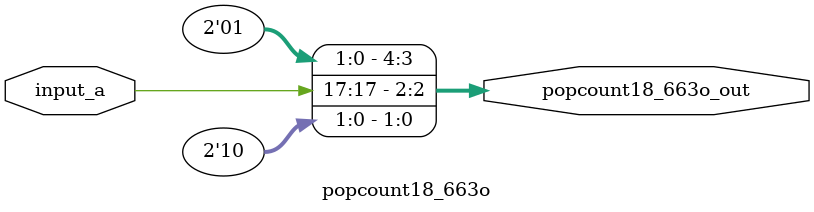
<source format=v>

module popcount18_663o(input [17:0] input_a, output [4:0] popcount18_663o_out);
  wire popcount18_663o_core_024;
  wire popcount18_663o_core_025;
  wire popcount18_663o_core_027;
  wire popcount18_663o_core_031_not;
  wire popcount18_663o_core_034;
  wire popcount18_663o_core_035;
  wire popcount18_663o_core_036;
  wire popcount18_663o_core_037;
  wire popcount18_663o_core_039;
  wire popcount18_663o_core_041;
  wire popcount18_663o_core_042;
  wire popcount18_663o_core_044;
  wire popcount18_663o_core_045;
  wire popcount18_663o_core_047;
  wire popcount18_663o_core_048;
  wire popcount18_663o_core_049;
  wire popcount18_663o_core_050;
  wire popcount18_663o_core_051;
  wire popcount18_663o_core_052;
  wire popcount18_663o_core_053;
  wire popcount18_663o_core_054;
  wire popcount18_663o_core_055;
  wire popcount18_663o_core_056;
  wire popcount18_663o_core_057_not;
  wire popcount18_663o_core_060;
  wire popcount18_663o_core_061_not;
  wire popcount18_663o_core_064;
  wire popcount18_663o_core_068;
  wire popcount18_663o_core_069;
  wire popcount18_663o_core_070;
  wire popcount18_663o_core_071;
  wire popcount18_663o_core_072;
  wire popcount18_663o_core_073;
  wire popcount18_663o_core_075;
  wire popcount18_663o_core_078;
  wire popcount18_663o_core_081;
  wire popcount18_663o_core_082;
  wire popcount18_663o_core_084_not;
  wire popcount18_663o_core_085;
  wire popcount18_663o_core_086;
  wire popcount18_663o_core_090;
  wire popcount18_663o_core_091;
  wire popcount18_663o_core_092;
  wire popcount18_663o_core_093_not;
  wire popcount18_663o_core_094;
  wire popcount18_663o_core_095;
  wire popcount18_663o_core_097;
  wire popcount18_663o_core_099;
  wire popcount18_663o_core_100;
  wire popcount18_663o_core_101;
  wire popcount18_663o_core_102;
  wire popcount18_663o_core_103;
  wire popcount18_663o_core_106;
  wire popcount18_663o_core_111;
  wire popcount18_663o_core_112;
  wire popcount18_663o_core_114;
  wire popcount18_663o_core_118;
  wire popcount18_663o_core_120;
  wire popcount18_663o_core_121;
  wire popcount18_663o_core_122;
  wire popcount18_663o_core_124;
  wire popcount18_663o_core_125;

  assign popcount18_663o_core_024 = ~(input_a[11] ^ input_a[9]);
  assign popcount18_663o_core_025 = ~input_a[0];
  assign popcount18_663o_core_027 = input_a[5] ^ input_a[11];
  assign popcount18_663o_core_031_not = ~input_a[4];
  assign popcount18_663o_core_034 = ~input_a[11];
  assign popcount18_663o_core_035 = input_a[5] & input_a[3];
  assign popcount18_663o_core_036 = input_a[10] | input_a[4];
  assign popcount18_663o_core_037 = ~input_a[12];
  assign popcount18_663o_core_039 = ~input_a[11];
  assign popcount18_663o_core_041 = input_a[16] & input_a[8];
  assign popcount18_663o_core_042 = input_a[17] | input_a[8];
  assign popcount18_663o_core_044 = ~(input_a[0] & input_a[4]);
  assign popcount18_663o_core_045 = input_a[11] ^ input_a[0];
  assign popcount18_663o_core_047 = input_a[13] & input_a[0];
  assign popcount18_663o_core_048 = input_a[5] & input_a[1];
  assign popcount18_663o_core_049 = ~input_a[11];
  assign popcount18_663o_core_050 = ~(input_a[3] & input_a[17]);
  assign popcount18_663o_core_051 = ~input_a[9];
  assign popcount18_663o_core_052 = input_a[9] ^ input_a[2];
  assign popcount18_663o_core_053 = ~input_a[16];
  assign popcount18_663o_core_054 = ~input_a[13];
  assign popcount18_663o_core_055 = input_a[4] ^ input_a[9];
  assign popcount18_663o_core_056 = input_a[2] ^ input_a[16];
  assign popcount18_663o_core_057_not = ~input_a[16];
  assign popcount18_663o_core_060 = ~input_a[8];
  assign popcount18_663o_core_061_not = ~input_a[9];
  assign popcount18_663o_core_064 = input_a[17] ^ input_a[7];
  assign popcount18_663o_core_068 = ~input_a[7];
  assign popcount18_663o_core_069 = ~(input_a[17] & input_a[12]);
  assign popcount18_663o_core_070 = ~(input_a[8] | input_a[15]);
  assign popcount18_663o_core_071 = ~(input_a[12] & input_a[0]);
  assign popcount18_663o_core_072 = input_a[1] ^ input_a[0];
  assign popcount18_663o_core_073 = ~(input_a[14] | input_a[2]);
  assign popcount18_663o_core_075 = input_a[14] | input_a[4];
  assign popcount18_663o_core_078 = ~(input_a[7] & input_a[12]);
  assign popcount18_663o_core_081 = ~(input_a[11] ^ input_a[0]);
  assign popcount18_663o_core_082 = ~(input_a[14] | input_a[6]);
  assign popcount18_663o_core_084_not = ~input_a[13];
  assign popcount18_663o_core_085 = ~(input_a[8] | input_a[9]);
  assign popcount18_663o_core_086 = ~(input_a[0] | input_a[9]);
  assign popcount18_663o_core_090 = ~(input_a[14] & input_a[11]);
  assign popcount18_663o_core_091 = ~(input_a[12] | input_a[2]);
  assign popcount18_663o_core_092 = input_a[13] | input_a[0];
  assign popcount18_663o_core_093_not = ~input_a[2];
  assign popcount18_663o_core_094 = ~input_a[7];
  assign popcount18_663o_core_095 = ~(input_a[10] & input_a[9]);
  assign popcount18_663o_core_097 = input_a[3] ^ input_a[0];
  assign popcount18_663o_core_099 = ~(input_a[7] | input_a[11]);
  assign popcount18_663o_core_100 = ~(input_a[13] ^ input_a[2]);
  assign popcount18_663o_core_101 = ~(input_a[7] & input_a[3]);
  assign popcount18_663o_core_102 = ~(input_a[3] ^ input_a[4]);
  assign popcount18_663o_core_103 = input_a[7] | input_a[2];
  assign popcount18_663o_core_106 = input_a[6] | input_a[7];
  assign popcount18_663o_core_111 = ~(input_a[12] & input_a[17]);
  assign popcount18_663o_core_112 = input_a[4] ^ input_a[2];
  assign popcount18_663o_core_114 = input_a[1] | input_a[3];
  assign popcount18_663o_core_118 = input_a[7] ^ input_a[12];
  assign popcount18_663o_core_120 = ~input_a[10];
  assign popcount18_663o_core_121 = ~(input_a[15] | input_a[10]);
  assign popcount18_663o_core_122 = input_a[10] | input_a[17];
  assign popcount18_663o_core_124 = ~(input_a[16] ^ input_a[9]);
  assign popcount18_663o_core_125 = input_a[15] | input_a[14];

  assign popcount18_663o_out[0] = 1'b0;
  assign popcount18_663o_out[1] = 1'b1;
  assign popcount18_663o_out[2] = input_a[17];
  assign popcount18_663o_out[3] = 1'b1;
  assign popcount18_663o_out[4] = 1'b0;
endmodule
</source>
